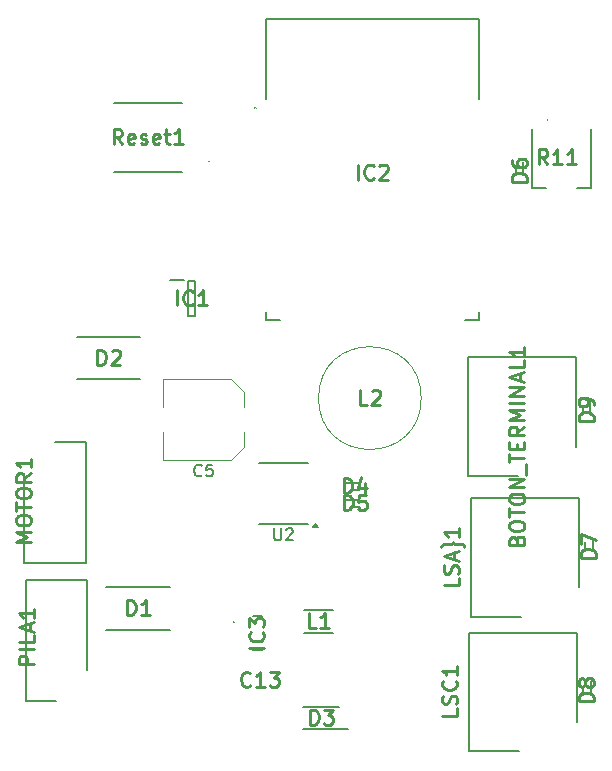
<source format=gbr>
%TF.GenerationSoftware,KiCad,Pcbnew,9.0.0*%
%TF.CreationDate,2025-03-01T12:45:02-04:00*%
%TF.ProjectId,PROYECT T,50524f59-4543-4542-9054-2e6b69636164,rev?*%
%TF.SameCoordinates,Original*%
%TF.FileFunction,Legend,Top*%
%TF.FilePolarity,Positive*%
%FSLAX46Y46*%
G04 Gerber Fmt 4.6, Leading zero omitted, Abs format (unit mm)*
G04 Created by KiCad (PCBNEW 9.0.0) date 2025-03-01 12:45:02*
%MOMM*%
%LPD*%
G01*
G04 APERTURE LIST*
%ADD10C,0.254000*%
%ADD11C,0.150000*%
%ADD12C,0.100000*%
%ADD13C,0.200000*%
%ADD14C,0.120000*%
G04 APERTURE END LIST*
D10*
X224832333Y-89982318D02*
X224227571Y-89982318D01*
X224227571Y-89982318D02*
X224227571Y-88712318D01*
X225195190Y-88833270D02*
X225255666Y-88772794D01*
X225255666Y-88772794D02*
X225376619Y-88712318D01*
X225376619Y-88712318D02*
X225679000Y-88712318D01*
X225679000Y-88712318D02*
X225799952Y-88772794D01*
X225799952Y-88772794D02*
X225860428Y-88833270D01*
X225860428Y-88833270D02*
X225920905Y-88954222D01*
X225920905Y-88954222D02*
X225920905Y-89075175D01*
X225920905Y-89075175D02*
X225860428Y-89256603D01*
X225860428Y-89256603D02*
X225134714Y-89982318D01*
X225134714Y-89982318D02*
X225920905Y-89982318D01*
X244000318Y-115083381D02*
X242730318Y-115083381D01*
X242730318Y-115083381D02*
X242730318Y-114781000D01*
X242730318Y-114781000D02*
X242790794Y-114599571D01*
X242790794Y-114599571D02*
X242911746Y-114478619D01*
X242911746Y-114478619D02*
X243032699Y-114418142D01*
X243032699Y-114418142D02*
X243274603Y-114357666D01*
X243274603Y-114357666D02*
X243456032Y-114357666D01*
X243456032Y-114357666D02*
X243697937Y-114418142D01*
X243697937Y-114418142D02*
X243818889Y-114478619D01*
X243818889Y-114478619D02*
X243939842Y-114599571D01*
X243939842Y-114599571D02*
X244000318Y-114781000D01*
X244000318Y-114781000D02*
X244000318Y-115083381D01*
X243274603Y-113631952D02*
X243214127Y-113752904D01*
X243214127Y-113752904D02*
X243153651Y-113813381D01*
X243153651Y-113813381D02*
X243032699Y-113873857D01*
X243032699Y-113873857D02*
X242972222Y-113873857D01*
X242972222Y-113873857D02*
X242851270Y-113813381D01*
X242851270Y-113813381D02*
X242790794Y-113752904D01*
X242790794Y-113752904D02*
X242730318Y-113631952D01*
X242730318Y-113631952D02*
X242730318Y-113390047D01*
X242730318Y-113390047D02*
X242790794Y-113269095D01*
X242790794Y-113269095D02*
X242851270Y-113208619D01*
X242851270Y-113208619D02*
X242972222Y-113148142D01*
X242972222Y-113148142D02*
X243032699Y-113148142D01*
X243032699Y-113148142D02*
X243153651Y-113208619D01*
X243153651Y-113208619D02*
X243214127Y-113269095D01*
X243214127Y-113269095D02*
X243274603Y-113390047D01*
X243274603Y-113390047D02*
X243274603Y-113631952D01*
X243274603Y-113631952D02*
X243335080Y-113752904D01*
X243335080Y-113752904D02*
X243395556Y-113813381D01*
X243395556Y-113813381D02*
X243516508Y-113873857D01*
X243516508Y-113873857D02*
X243758413Y-113873857D01*
X243758413Y-113873857D02*
X243879365Y-113813381D01*
X243879365Y-113813381D02*
X243939842Y-113752904D01*
X243939842Y-113752904D02*
X244000318Y-113631952D01*
X244000318Y-113631952D02*
X244000318Y-113390047D01*
X244000318Y-113390047D02*
X243939842Y-113269095D01*
X243939842Y-113269095D02*
X243879365Y-113208619D01*
X243879365Y-113208619D02*
X243758413Y-113148142D01*
X243758413Y-113148142D02*
X243516508Y-113148142D01*
X243516508Y-113148142D02*
X243395556Y-113208619D01*
X243395556Y-113208619D02*
X243335080Y-113269095D01*
X243335080Y-113269095D02*
X243274603Y-113390047D01*
X222848618Y-98880318D02*
X222848618Y-97610318D01*
X222848618Y-97610318D02*
X223150999Y-97610318D01*
X223150999Y-97610318D02*
X223332428Y-97670794D01*
X223332428Y-97670794D02*
X223453380Y-97791746D01*
X223453380Y-97791746D02*
X223513857Y-97912699D01*
X223513857Y-97912699D02*
X223574333Y-98154603D01*
X223574333Y-98154603D02*
X223574333Y-98336032D01*
X223574333Y-98336032D02*
X223513857Y-98577937D01*
X223513857Y-98577937D02*
X223453380Y-98698889D01*
X223453380Y-98698889D02*
X223332428Y-98819842D01*
X223332428Y-98819842D02*
X223150999Y-98880318D01*
X223150999Y-98880318D02*
X222848618Y-98880318D01*
X224723380Y-97610318D02*
X224118618Y-97610318D01*
X224118618Y-97610318D02*
X224058142Y-98215080D01*
X224058142Y-98215080D02*
X224118618Y-98154603D01*
X224118618Y-98154603D02*
X224239571Y-98094127D01*
X224239571Y-98094127D02*
X224541952Y-98094127D01*
X224541952Y-98094127D02*
X224662904Y-98154603D01*
X224662904Y-98154603D02*
X224723380Y-98215080D01*
X224723380Y-98215080D02*
X224783857Y-98336032D01*
X224783857Y-98336032D02*
X224783857Y-98638413D01*
X224783857Y-98638413D02*
X224723380Y-98759365D01*
X224723380Y-98759365D02*
X224662904Y-98819842D01*
X224662904Y-98819842D02*
X224541952Y-98880318D01*
X224541952Y-98880318D02*
X224239571Y-98880318D01*
X224239571Y-98880318D02*
X224118618Y-98819842D01*
X224118618Y-98819842D02*
X224058142Y-98759365D01*
X243990318Y-91323381D02*
X242720318Y-91323381D01*
X242720318Y-91323381D02*
X242720318Y-91021000D01*
X242720318Y-91021000D02*
X242780794Y-90839571D01*
X242780794Y-90839571D02*
X242901746Y-90718619D01*
X242901746Y-90718619D02*
X243022699Y-90658142D01*
X243022699Y-90658142D02*
X243264603Y-90597666D01*
X243264603Y-90597666D02*
X243446032Y-90597666D01*
X243446032Y-90597666D02*
X243687937Y-90658142D01*
X243687937Y-90658142D02*
X243808889Y-90718619D01*
X243808889Y-90718619D02*
X243929842Y-90839571D01*
X243929842Y-90839571D02*
X243990318Y-91021000D01*
X243990318Y-91021000D02*
X243990318Y-91323381D01*
X243990318Y-89992904D02*
X243990318Y-89751000D01*
X243990318Y-89751000D02*
X243929842Y-89630047D01*
X243929842Y-89630047D02*
X243869365Y-89569571D01*
X243869365Y-89569571D02*
X243687937Y-89448619D01*
X243687937Y-89448619D02*
X243446032Y-89388142D01*
X243446032Y-89388142D02*
X242962222Y-89388142D01*
X242962222Y-89388142D02*
X242841270Y-89448619D01*
X242841270Y-89448619D02*
X242780794Y-89509095D01*
X242780794Y-89509095D02*
X242720318Y-89630047D01*
X242720318Y-89630047D02*
X242720318Y-89871952D01*
X242720318Y-89871952D02*
X242780794Y-89992904D01*
X242780794Y-89992904D02*
X242841270Y-90053381D01*
X242841270Y-90053381D02*
X242962222Y-90113857D01*
X242962222Y-90113857D02*
X243264603Y-90113857D01*
X243264603Y-90113857D02*
X243385556Y-90053381D01*
X243385556Y-90053381D02*
X243446032Y-89992904D01*
X243446032Y-89992904D02*
X243506508Y-89871952D01*
X243506508Y-89871952D02*
X243506508Y-89630047D01*
X243506508Y-89630047D02*
X243446032Y-89509095D01*
X243446032Y-89509095D02*
X243385556Y-89448619D01*
X243385556Y-89448619D02*
X243264603Y-89388142D01*
X196360318Y-101563381D02*
X195090318Y-101563381D01*
X195090318Y-101563381D02*
X195997461Y-101140047D01*
X195997461Y-101140047D02*
X195090318Y-100716714D01*
X195090318Y-100716714D02*
X196360318Y-100716714D01*
X195090318Y-99870047D02*
X195090318Y-99628142D01*
X195090318Y-99628142D02*
X195150794Y-99507190D01*
X195150794Y-99507190D02*
X195271746Y-99386237D01*
X195271746Y-99386237D02*
X195513651Y-99325761D01*
X195513651Y-99325761D02*
X195936984Y-99325761D01*
X195936984Y-99325761D02*
X196178889Y-99386237D01*
X196178889Y-99386237D02*
X196299842Y-99507190D01*
X196299842Y-99507190D02*
X196360318Y-99628142D01*
X196360318Y-99628142D02*
X196360318Y-99870047D01*
X196360318Y-99870047D02*
X196299842Y-99990999D01*
X196299842Y-99990999D02*
X196178889Y-100111952D01*
X196178889Y-100111952D02*
X195936984Y-100172428D01*
X195936984Y-100172428D02*
X195513651Y-100172428D01*
X195513651Y-100172428D02*
X195271746Y-100111952D01*
X195271746Y-100111952D02*
X195150794Y-99990999D01*
X195150794Y-99990999D02*
X195090318Y-99870047D01*
X195090318Y-98962904D02*
X195090318Y-98237190D01*
X196360318Y-98600047D02*
X195090318Y-98600047D01*
X195090318Y-97571952D02*
X195090318Y-97330047D01*
X195090318Y-97330047D02*
X195150794Y-97209095D01*
X195150794Y-97209095D02*
X195271746Y-97088142D01*
X195271746Y-97088142D02*
X195513651Y-97027666D01*
X195513651Y-97027666D02*
X195936984Y-97027666D01*
X195936984Y-97027666D02*
X196178889Y-97088142D01*
X196178889Y-97088142D02*
X196299842Y-97209095D01*
X196299842Y-97209095D02*
X196360318Y-97330047D01*
X196360318Y-97330047D02*
X196360318Y-97571952D01*
X196360318Y-97571952D02*
X196299842Y-97692904D01*
X196299842Y-97692904D02*
X196178889Y-97813857D01*
X196178889Y-97813857D02*
X195936984Y-97874333D01*
X195936984Y-97874333D02*
X195513651Y-97874333D01*
X195513651Y-97874333D02*
X195271746Y-97813857D01*
X195271746Y-97813857D02*
X195150794Y-97692904D01*
X195150794Y-97692904D02*
X195090318Y-97571952D01*
X196360318Y-95757666D02*
X195755556Y-96181000D01*
X196360318Y-96483381D02*
X195090318Y-96483381D01*
X195090318Y-96483381D02*
X195090318Y-95999571D01*
X195090318Y-95999571D02*
X195150794Y-95878619D01*
X195150794Y-95878619D02*
X195211270Y-95818142D01*
X195211270Y-95818142D02*
X195332222Y-95757666D01*
X195332222Y-95757666D02*
X195513651Y-95757666D01*
X195513651Y-95757666D02*
X195634603Y-95818142D01*
X195634603Y-95818142D02*
X195695080Y-95878619D01*
X195695080Y-95878619D02*
X195755556Y-95999571D01*
X195755556Y-95999571D02*
X195755556Y-96483381D01*
X196360318Y-94548142D02*
X196360318Y-95273857D01*
X196360318Y-94911000D02*
X195090318Y-94911000D01*
X195090318Y-94911000D02*
X195271746Y-95031952D01*
X195271746Y-95031952D02*
X195392699Y-95152904D01*
X195392699Y-95152904D02*
X195453175Y-95273857D01*
D11*
X210804333Y-95940580D02*
X210756714Y-95988200D01*
X210756714Y-95988200D02*
X210613857Y-96035819D01*
X210613857Y-96035819D02*
X210518619Y-96035819D01*
X210518619Y-96035819D02*
X210375762Y-95988200D01*
X210375762Y-95988200D02*
X210280524Y-95892961D01*
X210280524Y-95892961D02*
X210232905Y-95797723D01*
X210232905Y-95797723D02*
X210185286Y-95607247D01*
X210185286Y-95607247D02*
X210185286Y-95464390D01*
X210185286Y-95464390D02*
X210232905Y-95273914D01*
X210232905Y-95273914D02*
X210280524Y-95178676D01*
X210280524Y-95178676D02*
X210375762Y-95083438D01*
X210375762Y-95083438D02*
X210518619Y-95035819D01*
X210518619Y-95035819D02*
X210613857Y-95035819D01*
X210613857Y-95035819D02*
X210756714Y-95083438D01*
X210756714Y-95083438D02*
X210804333Y-95131057D01*
X211709095Y-95035819D02*
X211232905Y-95035819D01*
X211232905Y-95035819D02*
X211185286Y-95512009D01*
X211185286Y-95512009D02*
X211232905Y-95464390D01*
X211232905Y-95464390D02*
X211328143Y-95416771D01*
X211328143Y-95416771D02*
X211566238Y-95416771D01*
X211566238Y-95416771D02*
X211661476Y-95464390D01*
X211661476Y-95464390D02*
X211709095Y-95512009D01*
X211709095Y-95512009D02*
X211756714Y-95607247D01*
X211756714Y-95607247D02*
X211756714Y-95845342D01*
X211756714Y-95845342D02*
X211709095Y-95940580D01*
X211709095Y-95940580D02*
X211661476Y-95988200D01*
X211661476Y-95988200D02*
X211566238Y-96035819D01*
X211566238Y-96035819D02*
X211328143Y-96035819D01*
X211328143Y-96035819D02*
X211232905Y-95988200D01*
X211232905Y-95988200D02*
X211185286Y-95940580D01*
D10*
X222818618Y-97450318D02*
X222818618Y-96180318D01*
X222818618Y-96180318D02*
X223120999Y-96180318D01*
X223120999Y-96180318D02*
X223302428Y-96240794D01*
X223302428Y-96240794D02*
X223423380Y-96361746D01*
X223423380Y-96361746D02*
X223483857Y-96482699D01*
X223483857Y-96482699D02*
X223544333Y-96724603D01*
X223544333Y-96724603D02*
X223544333Y-96906032D01*
X223544333Y-96906032D02*
X223483857Y-97147937D01*
X223483857Y-97147937D02*
X223423380Y-97268889D01*
X223423380Y-97268889D02*
X223302428Y-97389842D01*
X223302428Y-97389842D02*
X223120999Y-97450318D01*
X223120999Y-97450318D02*
X222818618Y-97450318D01*
X224632904Y-96603651D02*
X224632904Y-97450318D01*
X224330523Y-96119842D02*
X224028142Y-97026984D01*
X224028142Y-97026984D02*
X224814333Y-97026984D01*
X237465080Y-101433380D02*
X237525556Y-101251952D01*
X237525556Y-101251952D02*
X237586032Y-101191475D01*
X237586032Y-101191475D02*
X237706984Y-101130999D01*
X237706984Y-101130999D02*
X237888413Y-101130999D01*
X237888413Y-101130999D02*
X238009365Y-101191475D01*
X238009365Y-101191475D02*
X238069842Y-101251952D01*
X238069842Y-101251952D02*
X238130318Y-101372904D01*
X238130318Y-101372904D02*
X238130318Y-101856714D01*
X238130318Y-101856714D02*
X236860318Y-101856714D01*
X236860318Y-101856714D02*
X236860318Y-101433380D01*
X236860318Y-101433380D02*
X236920794Y-101312428D01*
X236920794Y-101312428D02*
X236981270Y-101251952D01*
X236981270Y-101251952D02*
X237102222Y-101191475D01*
X237102222Y-101191475D02*
X237223175Y-101191475D01*
X237223175Y-101191475D02*
X237344127Y-101251952D01*
X237344127Y-101251952D02*
X237404603Y-101312428D01*
X237404603Y-101312428D02*
X237465080Y-101433380D01*
X237465080Y-101433380D02*
X237465080Y-101856714D01*
X236860318Y-100344809D02*
X236860318Y-100102904D01*
X236860318Y-100102904D02*
X236920794Y-99981952D01*
X236920794Y-99981952D02*
X237041746Y-99860999D01*
X237041746Y-99860999D02*
X237283651Y-99800523D01*
X237283651Y-99800523D02*
X237706984Y-99800523D01*
X237706984Y-99800523D02*
X237948889Y-99860999D01*
X237948889Y-99860999D02*
X238069842Y-99981952D01*
X238069842Y-99981952D02*
X238130318Y-100102904D01*
X238130318Y-100102904D02*
X238130318Y-100344809D01*
X238130318Y-100344809D02*
X238069842Y-100465761D01*
X238069842Y-100465761D02*
X237948889Y-100586714D01*
X237948889Y-100586714D02*
X237706984Y-100647190D01*
X237706984Y-100647190D02*
X237283651Y-100647190D01*
X237283651Y-100647190D02*
X237041746Y-100586714D01*
X237041746Y-100586714D02*
X236920794Y-100465761D01*
X236920794Y-100465761D02*
X236860318Y-100344809D01*
X236860318Y-99437666D02*
X236860318Y-98711952D01*
X238130318Y-99074809D02*
X236860318Y-99074809D01*
X236860318Y-98046714D02*
X236860318Y-97804809D01*
X236860318Y-97804809D02*
X236920794Y-97683857D01*
X236920794Y-97683857D02*
X237041746Y-97562904D01*
X237041746Y-97562904D02*
X237283651Y-97502428D01*
X237283651Y-97502428D02*
X237706984Y-97502428D01*
X237706984Y-97502428D02*
X237948889Y-97562904D01*
X237948889Y-97562904D02*
X238069842Y-97683857D01*
X238069842Y-97683857D02*
X238130318Y-97804809D01*
X238130318Y-97804809D02*
X238130318Y-98046714D01*
X238130318Y-98046714D02*
X238069842Y-98167666D01*
X238069842Y-98167666D02*
X237948889Y-98288619D01*
X237948889Y-98288619D02*
X237706984Y-98349095D01*
X237706984Y-98349095D02*
X237283651Y-98349095D01*
X237283651Y-98349095D02*
X237041746Y-98288619D01*
X237041746Y-98288619D02*
X236920794Y-98167666D01*
X236920794Y-98167666D02*
X236860318Y-98046714D01*
X238130318Y-96958143D02*
X236860318Y-96958143D01*
X236860318Y-96958143D02*
X238130318Y-96232428D01*
X238130318Y-96232428D02*
X236860318Y-96232428D01*
X238251270Y-95930048D02*
X238251270Y-94962428D01*
X236860318Y-94841476D02*
X236860318Y-94115762D01*
X238130318Y-94478619D02*
X236860318Y-94478619D01*
X237465080Y-93692429D02*
X237465080Y-93269095D01*
X238130318Y-93087667D02*
X238130318Y-93692429D01*
X238130318Y-93692429D02*
X236860318Y-93692429D01*
X236860318Y-93692429D02*
X236860318Y-93087667D01*
X238130318Y-91817666D02*
X237525556Y-92241000D01*
X238130318Y-92543381D02*
X236860318Y-92543381D01*
X236860318Y-92543381D02*
X236860318Y-92059571D01*
X236860318Y-92059571D02*
X236920794Y-91938619D01*
X236920794Y-91938619D02*
X236981270Y-91878142D01*
X236981270Y-91878142D02*
X237102222Y-91817666D01*
X237102222Y-91817666D02*
X237283651Y-91817666D01*
X237283651Y-91817666D02*
X237404603Y-91878142D01*
X237404603Y-91878142D02*
X237465080Y-91938619D01*
X237465080Y-91938619D02*
X237525556Y-92059571D01*
X237525556Y-92059571D02*
X237525556Y-92543381D01*
X238130318Y-91273381D02*
X236860318Y-91273381D01*
X236860318Y-91273381D02*
X237767461Y-90850047D01*
X237767461Y-90850047D02*
X236860318Y-90426714D01*
X236860318Y-90426714D02*
X238130318Y-90426714D01*
X238130318Y-89821952D02*
X236860318Y-89821952D01*
X238130318Y-89217190D02*
X236860318Y-89217190D01*
X236860318Y-89217190D02*
X238130318Y-88491475D01*
X238130318Y-88491475D02*
X236860318Y-88491475D01*
X237767461Y-87947190D02*
X237767461Y-87342428D01*
X238130318Y-88068142D02*
X236860318Y-87644809D01*
X236860318Y-87644809D02*
X238130318Y-87221475D01*
X238130318Y-86193381D02*
X238130318Y-86798143D01*
X238130318Y-86798143D02*
X236860318Y-86798143D01*
X238130318Y-85104809D02*
X238130318Y-85830524D01*
X238130318Y-85467667D02*
X236860318Y-85467667D01*
X236860318Y-85467667D02*
X237041746Y-85588619D01*
X237041746Y-85588619D02*
X237162699Y-85709571D01*
X237162699Y-85709571D02*
X237223175Y-85830524D01*
D11*
X216959095Y-100440819D02*
X216959095Y-101250342D01*
X216959095Y-101250342D02*
X217006714Y-101345580D01*
X217006714Y-101345580D02*
X217054333Y-101393200D01*
X217054333Y-101393200D02*
X217149571Y-101440819D01*
X217149571Y-101440819D02*
X217340047Y-101440819D01*
X217340047Y-101440819D02*
X217435285Y-101393200D01*
X217435285Y-101393200D02*
X217482904Y-101345580D01*
X217482904Y-101345580D02*
X217530523Y-101250342D01*
X217530523Y-101250342D02*
X217530523Y-100440819D01*
X217959095Y-100536057D02*
X218006714Y-100488438D01*
X218006714Y-100488438D02*
X218101952Y-100440819D01*
X218101952Y-100440819D02*
X218340047Y-100440819D01*
X218340047Y-100440819D02*
X218435285Y-100488438D01*
X218435285Y-100488438D02*
X218482904Y-100536057D01*
X218482904Y-100536057D02*
X218530523Y-100631295D01*
X218530523Y-100631295D02*
X218530523Y-100726533D01*
X218530523Y-100726533D02*
X218482904Y-100869390D01*
X218482904Y-100869390D02*
X217911476Y-101440819D01*
X217911476Y-101440819D02*
X218530523Y-101440819D01*
D10*
X240077571Y-69616318D02*
X239654237Y-69011556D01*
X239351856Y-69616318D02*
X239351856Y-68346318D01*
X239351856Y-68346318D02*
X239835666Y-68346318D01*
X239835666Y-68346318D02*
X239956618Y-68406794D01*
X239956618Y-68406794D02*
X240017095Y-68467270D01*
X240017095Y-68467270D02*
X240077571Y-68588222D01*
X240077571Y-68588222D02*
X240077571Y-68769651D01*
X240077571Y-68769651D02*
X240017095Y-68890603D01*
X240017095Y-68890603D02*
X239956618Y-68951080D01*
X239956618Y-68951080D02*
X239835666Y-69011556D01*
X239835666Y-69011556D02*
X239351856Y-69011556D01*
X241287095Y-69616318D02*
X240561380Y-69616318D01*
X240924237Y-69616318D02*
X240924237Y-68346318D01*
X240924237Y-68346318D02*
X240803285Y-68527746D01*
X240803285Y-68527746D02*
X240682333Y-68648699D01*
X240682333Y-68648699D02*
X240561380Y-68709175D01*
X242496619Y-69616318D02*
X241770904Y-69616318D01*
X242133761Y-69616318D02*
X242133761Y-68346318D01*
X242133761Y-68346318D02*
X242012809Y-68527746D01*
X242012809Y-68527746D02*
X241891857Y-68648699D01*
X241891857Y-68648699D02*
X241770904Y-68709175D01*
X224036237Y-70910318D02*
X224036237Y-69640318D01*
X225366714Y-70789365D02*
X225306238Y-70849842D01*
X225306238Y-70849842D02*
X225124809Y-70910318D01*
X225124809Y-70910318D02*
X225003857Y-70910318D01*
X225003857Y-70910318D02*
X224822428Y-70849842D01*
X224822428Y-70849842D02*
X224701476Y-70728889D01*
X224701476Y-70728889D02*
X224640999Y-70607937D01*
X224640999Y-70607937D02*
X224580523Y-70366032D01*
X224580523Y-70366032D02*
X224580523Y-70184603D01*
X224580523Y-70184603D02*
X224640999Y-69942699D01*
X224640999Y-69942699D02*
X224701476Y-69821746D01*
X224701476Y-69821746D02*
X224822428Y-69700794D01*
X224822428Y-69700794D02*
X225003857Y-69640318D01*
X225003857Y-69640318D02*
X225124809Y-69640318D01*
X225124809Y-69640318D02*
X225306238Y-69700794D01*
X225306238Y-69700794D02*
X225366714Y-69761270D01*
X225850523Y-69761270D02*
X225910999Y-69700794D01*
X225910999Y-69700794D02*
X226031952Y-69640318D01*
X226031952Y-69640318D02*
X226334333Y-69640318D01*
X226334333Y-69640318D02*
X226455285Y-69700794D01*
X226455285Y-69700794D02*
X226515761Y-69761270D01*
X226515761Y-69761270D02*
X226576238Y-69882222D01*
X226576238Y-69882222D02*
X226576238Y-70003175D01*
X226576238Y-70003175D02*
X226515761Y-70184603D01*
X226515761Y-70184603D02*
X225790047Y-70910318D01*
X225790047Y-70910318D02*
X226576238Y-70910318D01*
X232420318Y-115687428D02*
X232420318Y-116292190D01*
X232420318Y-116292190D02*
X231150318Y-116292190D01*
X232359842Y-115324571D02*
X232420318Y-115143142D01*
X232420318Y-115143142D02*
X232420318Y-114840761D01*
X232420318Y-114840761D02*
X232359842Y-114719809D01*
X232359842Y-114719809D02*
X232299365Y-114659333D01*
X232299365Y-114659333D02*
X232178413Y-114598856D01*
X232178413Y-114598856D02*
X232057461Y-114598856D01*
X232057461Y-114598856D02*
X231936508Y-114659333D01*
X231936508Y-114659333D02*
X231876032Y-114719809D01*
X231876032Y-114719809D02*
X231815556Y-114840761D01*
X231815556Y-114840761D02*
X231755080Y-115082666D01*
X231755080Y-115082666D02*
X231694603Y-115203618D01*
X231694603Y-115203618D02*
X231634127Y-115264095D01*
X231634127Y-115264095D02*
X231513175Y-115324571D01*
X231513175Y-115324571D02*
X231392222Y-115324571D01*
X231392222Y-115324571D02*
X231271270Y-115264095D01*
X231271270Y-115264095D02*
X231210794Y-115203618D01*
X231210794Y-115203618D02*
X231150318Y-115082666D01*
X231150318Y-115082666D02*
X231150318Y-114780285D01*
X231150318Y-114780285D02*
X231210794Y-114598856D01*
X232299365Y-113328856D02*
X232359842Y-113389332D01*
X232359842Y-113389332D02*
X232420318Y-113570761D01*
X232420318Y-113570761D02*
X232420318Y-113691713D01*
X232420318Y-113691713D02*
X232359842Y-113873142D01*
X232359842Y-113873142D02*
X232238889Y-113994094D01*
X232238889Y-113994094D02*
X232117937Y-114054571D01*
X232117937Y-114054571D02*
X231876032Y-114115047D01*
X231876032Y-114115047D02*
X231694603Y-114115047D01*
X231694603Y-114115047D02*
X231452699Y-114054571D01*
X231452699Y-114054571D02*
X231331746Y-113994094D01*
X231331746Y-113994094D02*
X231210794Y-113873142D01*
X231210794Y-113873142D02*
X231150318Y-113691713D01*
X231150318Y-113691713D02*
X231150318Y-113570761D01*
X231150318Y-113570761D02*
X231210794Y-113389332D01*
X231210794Y-113389332D02*
X231271270Y-113328856D01*
X232420318Y-112119332D02*
X232420318Y-112845047D01*
X232420318Y-112482190D02*
X231150318Y-112482190D01*
X231150318Y-112482190D02*
X231331746Y-112603142D01*
X231331746Y-112603142D02*
X231452699Y-112724094D01*
X231452699Y-112724094D02*
X231513175Y-112845047D01*
X201978618Y-86590318D02*
X201978618Y-85320318D01*
X201978618Y-85320318D02*
X202280999Y-85320318D01*
X202280999Y-85320318D02*
X202462428Y-85380794D01*
X202462428Y-85380794D02*
X202583380Y-85501746D01*
X202583380Y-85501746D02*
X202643857Y-85622699D01*
X202643857Y-85622699D02*
X202704333Y-85864603D01*
X202704333Y-85864603D02*
X202704333Y-86046032D01*
X202704333Y-86046032D02*
X202643857Y-86287937D01*
X202643857Y-86287937D02*
X202583380Y-86408889D01*
X202583380Y-86408889D02*
X202462428Y-86529842D01*
X202462428Y-86529842D02*
X202280999Y-86590318D01*
X202280999Y-86590318D02*
X201978618Y-86590318D01*
X203188142Y-85441270D02*
X203248618Y-85380794D01*
X203248618Y-85380794D02*
X203369571Y-85320318D01*
X203369571Y-85320318D02*
X203671952Y-85320318D01*
X203671952Y-85320318D02*
X203792904Y-85380794D01*
X203792904Y-85380794D02*
X203853380Y-85441270D01*
X203853380Y-85441270D02*
X203913857Y-85562222D01*
X203913857Y-85562222D02*
X203913857Y-85683175D01*
X203913857Y-85683175D02*
X203853380Y-85864603D01*
X203853380Y-85864603D02*
X203127666Y-86590318D01*
X203127666Y-86590318D02*
X203913857Y-86590318D01*
X214921571Y-113739365D02*
X214861095Y-113799842D01*
X214861095Y-113799842D02*
X214679666Y-113860318D01*
X214679666Y-113860318D02*
X214558714Y-113860318D01*
X214558714Y-113860318D02*
X214377285Y-113799842D01*
X214377285Y-113799842D02*
X214256333Y-113678889D01*
X214256333Y-113678889D02*
X214195856Y-113557937D01*
X214195856Y-113557937D02*
X214135380Y-113316032D01*
X214135380Y-113316032D02*
X214135380Y-113134603D01*
X214135380Y-113134603D02*
X214195856Y-112892699D01*
X214195856Y-112892699D02*
X214256333Y-112771746D01*
X214256333Y-112771746D02*
X214377285Y-112650794D01*
X214377285Y-112650794D02*
X214558714Y-112590318D01*
X214558714Y-112590318D02*
X214679666Y-112590318D01*
X214679666Y-112590318D02*
X214861095Y-112650794D01*
X214861095Y-112650794D02*
X214921571Y-112711270D01*
X216131095Y-113860318D02*
X215405380Y-113860318D01*
X215768237Y-113860318D02*
X215768237Y-112590318D01*
X215768237Y-112590318D02*
X215647285Y-112771746D01*
X215647285Y-112771746D02*
X215526333Y-112892699D01*
X215526333Y-112892699D02*
X215405380Y-112953175D01*
X216554428Y-112590318D02*
X217340619Y-112590318D01*
X217340619Y-112590318D02*
X216917285Y-113074127D01*
X216917285Y-113074127D02*
X217098714Y-113074127D01*
X217098714Y-113074127D02*
X217219666Y-113134603D01*
X217219666Y-113134603D02*
X217280142Y-113195080D01*
X217280142Y-113195080D02*
X217340619Y-113316032D01*
X217340619Y-113316032D02*
X217340619Y-113618413D01*
X217340619Y-113618413D02*
X217280142Y-113739365D01*
X217280142Y-113739365D02*
X217219666Y-113799842D01*
X217219666Y-113799842D02*
X217098714Y-113860318D01*
X217098714Y-113860318D02*
X216735857Y-113860318D01*
X216735857Y-113860318D02*
X216614904Y-113799842D01*
X216614904Y-113799842D02*
X216554428Y-113739365D01*
X232560318Y-104635047D02*
X232560318Y-105239809D01*
X232560318Y-105239809D02*
X231290318Y-105239809D01*
X232499842Y-104272190D02*
X232560318Y-104090761D01*
X232560318Y-104090761D02*
X232560318Y-103788380D01*
X232560318Y-103788380D02*
X232499842Y-103667428D01*
X232499842Y-103667428D02*
X232439365Y-103606952D01*
X232439365Y-103606952D02*
X232318413Y-103546475D01*
X232318413Y-103546475D02*
X232197461Y-103546475D01*
X232197461Y-103546475D02*
X232076508Y-103606952D01*
X232076508Y-103606952D02*
X232016032Y-103667428D01*
X232016032Y-103667428D02*
X231955556Y-103788380D01*
X231955556Y-103788380D02*
X231895080Y-104030285D01*
X231895080Y-104030285D02*
X231834603Y-104151237D01*
X231834603Y-104151237D02*
X231774127Y-104211714D01*
X231774127Y-104211714D02*
X231653175Y-104272190D01*
X231653175Y-104272190D02*
X231532222Y-104272190D01*
X231532222Y-104272190D02*
X231411270Y-104211714D01*
X231411270Y-104211714D02*
X231350794Y-104151237D01*
X231350794Y-104151237D02*
X231290318Y-104030285D01*
X231290318Y-104030285D02*
X231290318Y-103727904D01*
X231290318Y-103727904D02*
X231350794Y-103546475D01*
X232197461Y-103062666D02*
X232197461Y-102457904D01*
X232560318Y-103183618D02*
X231290318Y-102760285D01*
X231290318Y-102760285D02*
X232560318Y-102336951D01*
X233044127Y-102034571D02*
X233044127Y-101974095D01*
X233044127Y-101974095D02*
X232983651Y-101853142D01*
X232983651Y-101853142D02*
X232862699Y-101792666D01*
X232862699Y-101792666D02*
X232257937Y-101792666D01*
X232257937Y-101792666D02*
X232136984Y-101732190D01*
X232136984Y-101732190D02*
X232076508Y-101611238D01*
X232076508Y-101611238D02*
X232016032Y-101732190D01*
X232016032Y-101732190D02*
X231895080Y-101792666D01*
X231895080Y-101792666D02*
X231290318Y-101792666D01*
X231290318Y-101792666D02*
X231169365Y-101853142D01*
X231169365Y-101853142D02*
X231108889Y-101974095D01*
X231108889Y-101974095D02*
X231108889Y-102034571D01*
X232560318Y-100401713D02*
X232560318Y-101127428D01*
X232560318Y-100764571D02*
X231290318Y-100764571D01*
X231290318Y-100764571D02*
X231471746Y-100885523D01*
X231471746Y-100885523D02*
X231592699Y-101006475D01*
X231592699Y-101006475D02*
X231653175Y-101127428D01*
X196590318Y-111934095D02*
X195320318Y-111934095D01*
X195320318Y-111934095D02*
X195320318Y-111450285D01*
X195320318Y-111450285D02*
X195380794Y-111329333D01*
X195380794Y-111329333D02*
X195441270Y-111268856D01*
X195441270Y-111268856D02*
X195562222Y-111208380D01*
X195562222Y-111208380D02*
X195743651Y-111208380D01*
X195743651Y-111208380D02*
X195864603Y-111268856D01*
X195864603Y-111268856D02*
X195925080Y-111329333D01*
X195925080Y-111329333D02*
X195985556Y-111450285D01*
X195985556Y-111450285D02*
X195985556Y-111934095D01*
X196590318Y-110664095D02*
X195320318Y-110664095D01*
X196590318Y-109454571D02*
X196590318Y-110059333D01*
X196590318Y-110059333D02*
X195320318Y-110059333D01*
X196227461Y-109091714D02*
X196227461Y-108486952D01*
X196590318Y-109212666D02*
X195320318Y-108789333D01*
X195320318Y-108789333D02*
X196590318Y-108365999D01*
X196590318Y-107277428D02*
X196590318Y-108003143D01*
X196590318Y-107640286D02*
X195320318Y-107640286D01*
X195320318Y-107640286D02*
X195501746Y-107761238D01*
X195501746Y-107761238D02*
X195622699Y-107882190D01*
X195622699Y-107882190D02*
X195683175Y-108003143D01*
X216091318Y-110555762D02*
X214821318Y-110555762D01*
X215970365Y-109225285D02*
X216030842Y-109285761D01*
X216030842Y-109285761D02*
X216091318Y-109467190D01*
X216091318Y-109467190D02*
X216091318Y-109588142D01*
X216091318Y-109588142D02*
X216030842Y-109769571D01*
X216030842Y-109769571D02*
X215909889Y-109890523D01*
X215909889Y-109890523D02*
X215788937Y-109951000D01*
X215788937Y-109951000D02*
X215547032Y-110011476D01*
X215547032Y-110011476D02*
X215365603Y-110011476D01*
X215365603Y-110011476D02*
X215123699Y-109951000D01*
X215123699Y-109951000D02*
X215002746Y-109890523D01*
X215002746Y-109890523D02*
X214881794Y-109769571D01*
X214881794Y-109769571D02*
X214821318Y-109588142D01*
X214821318Y-109588142D02*
X214821318Y-109467190D01*
X214821318Y-109467190D02*
X214881794Y-109285761D01*
X214881794Y-109285761D02*
X214942270Y-109225285D01*
X214821318Y-108801952D02*
X214821318Y-108015761D01*
X214821318Y-108015761D02*
X215305127Y-108439095D01*
X215305127Y-108439095D02*
X215305127Y-108257666D01*
X215305127Y-108257666D02*
X215365603Y-108136714D01*
X215365603Y-108136714D02*
X215426080Y-108076238D01*
X215426080Y-108076238D02*
X215547032Y-108015761D01*
X215547032Y-108015761D02*
X215849413Y-108015761D01*
X215849413Y-108015761D02*
X215970365Y-108076238D01*
X215970365Y-108076238D02*
X216030842Y-108136714D01*
X216030842Y-108136714D02*
X216091318Y-108257666D01*
X216091318Y-108257666D02*
X216091318Y-108620523D01*
X216091318Y-108620523D02*
X216030842Y-108741476D01*
X216030842Y-108741476D02*
X215970365Y-108801952D01*
X244170318Y-102913381D02*
X242900318Y-102913381D01*
X242900318Y-102913381D02*
X242900318Y-102611000D01*
X242900318Y-102611000D02*
X242960794Y-102429571D01*
X242960794Y-102429571D02*
X243081746Y-102308619D01*
X243081746Y-102308619D02*
X243202699Y-102248142D01*
X243202699Y-102248142D02*
X243444603Y-102187666D01*
X243444603Y-102187666D02*
X243626032Y-102187666D01*
X243626032Y-102187666D02*
X243867937Y-102248142D01*
X243867937Y-102248142D02*
X243988889Y-102308619D01*
X243988889Y-102308619D02*
X244109842Y-102429571D01*
X244109842Y-102429571D02*
X244170318Y-102611000D01*
X244170318Y-102611000D02*
X244170318Y-102913381D01*
X242900318Y-101764333D02*
X242900318Y-100917666D01*
X242900318Y-100917666D02*
X244170318Y-101461952D01*
X208711737Y-81564818D02*
X208711737Y-80294818D01*
X210042214Y-81443865D02*
X209981738Y-81504342D01*
X209981738Y-81504342D02*
X209800309Y-81564818D01*
X209800309Y-81564818D02*
X209679357Y-81564818D01*
X209679357Y-81564818D02*
X209497928Y-81504342D01*
X209497928Y-81504342D02*
X209376976Y-81383389D01*
X209376976Y-81383389D02*
X209316499Y-81262437D01*
X209316499Y-81262437D02*
X209256023Y-81020532D01*
X209256023Y-81020532D02*
X209256023Y-80839103D01*
X209256023Y-80839103D02*
X209316499Y-80597199D01*
X209316499Y-80597199D02*
X209376976Y-80476246D01*
X209376976Y-80476246D02*
X209497928Y-80355294D01*
X209497928Y-80355294D02*
X209679357Y-80294818D01*
X209679357Y-80294818D02*
X209800309Y-80294818D01*
X209800309Y-80294818D02*
X209981738Y-80355294D01*
X209981738Y-80355294D02*
X210042214Y-80415770D01*
X211251738Y-81564818D02*
X210526023Y-81564818D01*
X210888880Y-81564818D02*
X210888880Y-80294818D01*
X210888880Y-80294818D02*
X210767928Y-80476246D01*
X210767928Y-80476246D02*
X210646976Y-80597199D01*
X210646976Y-80597199D02*
X210526023Y-80657675D01*
X204068858Y-67910318D02*
X203645524Y-67305556D01*
X203343143Y-67910318D02*
X203343143Y-66640318D01*
X203343143Y-66640318D02*
X203826953Y-66640318D01*
X203826953Y-66640318D02*
X203947905Y-66700794D01*
X203947905Y-66700794D02*
X204008382Y-66761270D01*
X204008382Y-66761270D02*
X204068858Y-66882222D01*
X204068858Y-66882222D02*
X204068858Y-67063651D01*
X204068858Y-67063651D02*
X204008382Y-67184603D01*
X204008382Y-67184603D02*
X203947905Y-67245080D01*
X203947905Y-67245080D02*
X203826953Y-67305556D01*
X203826953Y-67305556D02*
X203343143Y-67305556D01*
X205096953Y-67849842D02*
X204976001Y-67910318D01*
X204976001Y-67910318D02*
X204734096Y-67910318D01*
X204734096Y-67910318D02*
X204613143Y-67849842D01*
X204613143Y-67849842D02*
X204552667Y-67728889D01*
X204552667Y-67728889D02*
X204552667Y-67245080D01*
X204552667Y-67245080D02*
X204613143Y-67124127D01*
X204613143Y-67124127D02*
X204734096Y-67063651D01*
X204734096Y-67063651D02*
X204976001Y-67063651D01*
X204976001Y-67063651D02*
X205096953Y-67124127D01*
X205096953Y-67124127D02*
X205157429Y-67245080D01*
X205157429Y-67245080D02*
X205157429Y-67366032D01*
X205157429Y-67366032D02*
X204552667Y-67486984D01*
X205641238Y-67849842D02*
X205762191Y-67910318D01*
X205762191Y-67910318D02*
X206004095Y-67910318D01*
X206004095Y-67910318D02*
X206125048Y-67849842D01*
X206125048Y-67849842D02*
X206185524Y-67728889D01*
X206185524Y-67728889D02*
X206185524Y-67668413D01*
X206185524Y-67668413D02*
X206125048Y-67547461D01*
X206125048Y-67547461D02*
X206004095Y-67486984D01*
X206004095Y-67486984D02*
X205822667Y-67486984D01*
X205822667Y-67486984D02*
X205701714Y-67426508D01*
X205701714Y-67426508D02*
X205641238Y-67305556D01*
X205641238Y-67305556D02*
X205641238Y-67245080D01*
X205641238Y-67245080D02*
X205701714Y-67124127D01*
X205701714Y-67124127D02*
X205822667Y-67063651D01*
X205822667Y-67063651D02*
X206004095Y-67063651D01*
X206004095Y-67063651D02*
X206125048Y-67124127D01*
X207213619Y-67849842D02*
X207092667Y-67910318D01*
X207092667Y-67910318D02*
X206850762Y-67910318D01*
X206850762Y-67910318D02*
X206729809Y-67849842D01*
X206729809Y-67849842D02*
X206669333Y-67728889D01*
X206669333Y-67728889D02*
X206669333Y-67245080D01*
X206669333Y-67245080D02*
X206729809Y-67124127D01*
X206729809Y-67124127D02*
X206850762Y-67063651D01*
X206850762Y-67063651D02*
X207092667Y-67063651D01*
X207092667Y-67063651D02*
X207213619Y-67124127D01*
X207213619Y-67124127D02*
X207274095Y-67245080D01*
X207274095Y-67245080D02*
X207274095Y-67366032D01*
X207274095Y-67366032D02*
X206669333Y-67486984D01*
X207636952Y-67063651D02*
X208120761Y-67063651D01*
X207818380Y-66640318D02*
X207818380Y-67728889D01*
X207818380Y-67728889D02*
X207878857Y-67849842D01*
X207878857Y-67849842D02*
X207999809Y-67910318D01*
X207999809Y-67910318D02*
X208120761Y-67910318D01*
X209209333Y-67910318D02*
X208483618Y-67910318D01*
X208846475Y-67910318D02*
X208846475Y-66640318D01*
X208846475Y-66640318D02*
X208725523Y-66821746D01*
X208725523Y-66821746D02*
X208604571Y-66942699D01*
X208604571Y-66942699D02*
X208483618Y-67003175D01*
X238320318Y-71073381D02*
X237050318Y-71073381D01*
X237050318Y-71073381D02*
X237050318Y-70771000D01*
X237050318Y-70771000D02*
X237110794Y-70589571D01*
X237110794Y-70589571D02*
X237231746Y-70468619D01*
X237231746Y-70468619D02*
X237352699Y-70408142D01*
X237352699Y-70408142D02*
X237594603Y-70347666D01*
X237594603Y-70347666D02*
X237776032Y-70347666D01*
X237776032Y-70347666D02*
X238017937Y-70408142D01*
X238017937Y-70408142D02*
X238138889Y-70468619D01*
X238138889Y-70468619D02*
X238259842Y-70589571D01*
X238259842Y-70589571D02*
X238320318Y-70771000D01*
X238320318Y-70771000D02*
X238320318Y-71073381D01*
X237050318Y-69259095D02*
X237050318Y-69501000D01*
X237050318Y-69501000D02*
X237110794Y-69621952D01*
X237110794Y-69621952D02*
X237171270Y-69682428D01*
X237171270Y-69682428D02*
X237352699Y-69803381D01*
X237352699Y-69803381D02*
X237594603Y-69863857D01*
X237594603Y-69863857D02*
X238078413Y-69863857D01*
X238078413Y-69863857D02*
X238199365Y-69803381D01*
X238199365Y-69803381D02*
X238259842Y-69742904D01*
X238259842Y-69742904D02*
X238320318Y-69621952D01*
X238320318Y-69621952D02*
X238320318Y-69380047D01*
X238320318Y-69380047D02*
X238259842Y-69259095D01*
X238259842Y-69259095D02*
X238199365Y-69198619D01*
X238199365Y-69198619D02*
X238078413Y-69138142D01*
X238078413Y-69138142D02*
X237776032Y-69138142D01*
X237776032Y-69138142D02*
X237655080Y-69198619D01*
X237655080Y-69198619D02*
X237594603Y-69259095D01*
X237594603Y-69259095D02*
X237534127Y-69380047D01*
X237534127Y-69380047D02*
X237534127Y-69621952D01*
X237534127Y-69621952D02*
X237594603Y-69742904D01*
X237594603Y-69742904D02*
X237655080Y-69803381D01*
X237655080Y-69803381D02*
X237776032Y-69863857D01*
X220486333Y-108890318D02*
X219881571Y-108890318D01*
X219881571Y-108890318D02*
X219881571Y-107620318D01*
X221574905Y-108890318D02*
X220849190Y-108890318D01*
X221212047Y-108890318D02*
X221212047Y-107620318D01*
X221212047Y-107620318D02*
X221091095Y-107801746D01*
X221091095Y-107801746D02*
X220970143Y-107922699D01*
X220970143Y-107922699D02*
X220849190Y-107983175D01*
X219970618Y-117060318D02*
X219970618Y-115790318D01*
X219970618Y-115790318D02*
X220272999Y-115790318D01*
X220272999Y-115790318D02*
X220454428Y-115850794D01*
X220454428Y-115850794D02*
X220575380Y-115971746D01*
X220575380Y-115971746D02*
X220635857Y-116092699D01*
X220635857Y-116092699D02*
X220696333Y-116334603D01*
X220696333Y-116334603D02*
X220696333Y-116516032D01*
X220696333Y-116516032D02*
X220635857Y-116757937D01*
X220635857Y-116757937D02*
X220575380Y-116878889D01*
X220575380Y-116878889D02*
X220454428Y-116999842D01*
X220454428Y-116999842D02*
X220272999Y-117060318D01*
X220272999Y-117060318D02*
X219970618Y-117060318D01*
X221119666Y-115790318D02*
X221905857Y-115790318D01*
X221905857Y-115790318D02*
X221482523Y-116274127D01*
X221482523Y-116274127D02*
X221663952Y-116274127D01*
X221663952Y-116274127D02*
X221784904Y-116334603D01*
X221784904Y-116334603D02*
X221845380Y-116395080D01*
X221845380Y-116395080D02*
X221905857Y-116516032D01*
X221905857Y-116516032D02*
X221905857Y-116818413D01*
X221905857Y-116818413D02*
X221845380Y-116939365D01*
X221845380Y-116939365D02*
X221784904Y-116999842D01*
X221784904Y-116999842D02*
X221663952Y-117060318D01*
X221663952Y-117060318D02*
X221301095Y-117060318D01*
X221301095Y-117060318D02*
X221180142Y-116999842D01*
X221180142Y-116999842D02*
X221119666Y-116939365D01*
X204478618Y-107770318D02*
X204478618Y-106500318D01*
X204478618Y-106500318D02*
X204780999Y-106500318D01*
X204780999Y-106500318D02*
X204962428Y-106560794D01*
X204962428Y-106560794D02*
X205083380Y-106681746D01*
X205083380Y-106681746D02*
X205143857Y-106802699D01*
X205143857Y-106802699D02*
X205204333Y-107044603D01*
X205204333Y-107044603D02*
X205204333Y-107226032D01*
X205204333Y-107226032D02*
X205143857Y-107467937D01*
X205143857Y-107467937D02*
X205083380Y-107588889D01*
X205083380Y-107588889D02*
X204962428Y-107709842D01*
X204962428Y-107709842D02*
X204780999Y-107770318D01*
X204780999Y-107770318D02*
X204478618Y-107770318D01*
X206413857Y-107770318D02*
X205688142Y-107770318D01*
X206050999Y-107770318D02*
X206050999Y-106500318D01*
X206050999Y-106500318D02*
X205930047Y-106681746D01*
X205930047Y-106681746D02*
X205809095Y-106802699D01*
X205809095Y-106802699D02*
X205688142Y-106863175D01*
D12*
%TO.C,L2*%
X229394000Y-89408000D02*
X229394000Y-89408000D01*
X220694000Y-89408000D02*
X220694000Y-89408000D01*
X220694000Y-89408000D02*
G75*
G02*
X229394000Y-89408000I4350000J0D01*
G01*
X229394000Y-89408000D02*
G75*
G02*
X220694000Y-89408000I-4350000J0D01*
G01*
D13*
%TO.C,D8*%
X243126000Y-113746000D02*
X243126000Y-114546000D01*
X243726000Y-113391000D02*
X243726000Y-114546000D01*
%TO.C,D5*%
X223031000Y-98006000D02*
X224186000Y-98006000D01*
X223386000Y-98606000D02*
X224186000Y-98606000D01*
%TO.C,D9*%
X243116000Y-89986000D02*
X243116000Y-90786000D01*
X243716000Y-89631000D02*
X243716000Y-90786000D01*
%TO.C,MOTOR1*%
X195791000Y-95761000D02*
X195791000Y-103361000D01*
X195791000Y-103361000D02*
X200991000Y-103361000D01*
X200991000Y-93161000D02*
X198391000Y-93161000D01*
X200991000Y-103361000D02*
X200991000Y-93161000D01*
D14*
%TO.C,C5*%
X207561000Y-87821000D02*
X207561000Y-90171000D01*
X207561000Y-94641000D02*
X207561000Y-92291000D01*
X213316563Y-87821000D02*
X207561000Y-87821000D01*
X213316563Y-94641000D02*
X207561000Y-94641000D01*
X214381000Y-88885437D02*
X213316563Y-87821000D01*
X214381000Y-88885437D02*
X214381000Y-90171000D01*
X214381000Y-93576563D02*
X213316563Y-94641000D01*
X214381000Y-93576563D02*
X214381000Y-92291000D01*
D13*
%TO.C,D4*%
X223001000Y-96576000D02*
X224156000Y-96576000D01*
X223356000Y-97176000D02*
X224156000Y-97176000D01*
%TO.C,BOTON_TERMINAL1*%
X233356000Y-85961000D02*
X233356000Y-96011000D01*
X233356000Y-96011000D02*
X237556000Y-96011000D01*
X242456000Y-85961000D02*
X233356000Y-85961000D01*
X242456000Y-93511000D02*
X242456000Y-85961000D01*
D11*
%TO.C,U2*%
X219796000Y-94911000D02*
X215646000Y-94911000D01*
X219796000Y-100061000D02*
X215646000Y-100061000D01*
D14*
X220636000Y-100291000D02*
X220156000Y-100291000D01*
X220396000Y-99961000D01*
X220636000Y-100291000D01*
G36*
X220636000Y-100291000D02*
G01*
X220156000Y-100291000D01*
X220396000Y-99961000D01*
X220636000Y-100291000D01*
G37*
D13*
%TO.C,R11*%
X238746000Y-66636000D02*
X238746000Y-71636000D01*
X238746000Y-71636000D02*
X239946000Y-71636000D01*
X243746000Y-66636000D02*
X243746000Y-71636000D01*
X243746000Y-71636000D02*
X242546000Y-71636000D01*
X240107000Y-65879000D02*
G75*
G02*
X240063000Y-65879000I-22000J0D01*
G01*
X240063000Y-65879000D02*
G75*
G02*
X240107000Y-65879000I22000J0D01*
G01*
D12*
%TO.C,IC2*%
X215276000Y-64826000D02*
X215276000Y-64826000D01*
X215376000Y-64826000D02*
X215376000Y-64826000D01*
D13*
X216276000Y-57336000D02*
X216276000Y-64086000D01*
X216276000Y-82086000D02*
X216276000Y-82836000D01*
X216276000Y-82836000D02*
X217476000Y-82836000D01*
X233076000Y-82836000D02*
X234276000Y-82836000D01*
X234276000Y-57336000D02*
X216276000Y-57336000D01*
X234276000Y-64086000D02*
X234276000Y-57336000D01*
X234276000Y-82836000D02*
X234276000Y-82086000D01*
D12*
X215276000Y-64826000D02*
G75*
G02*
X215376000Y-64826000I50000J0D01*
G01*
X215376000Y-64826000D02*
G75*
G02*
X215276000Y-64826000I-50000J0D01*
G01*
D13*
%TO.C,LSC1*%
X233456000Y-109276000D02*
X233456000Y-119326000D01*
X233456000Y-119326000D02*
X237656000Y-119326000D01*
X242556000Y-109276000D02*
X233456000Y-109276000D01*
X242556000Y-116826000D02*
X242556000Y-109276000D01*
%TO.C,D2*%
X200216000Y-87826000D02*
X205616000Y-87826000D01*
X205616000Y-84206000D02*
X200216000Y-84206000D01*
%TO.C,C13*%
X215738000Y-113986000D02*
X215738000Y-112586000D01*
%TO.C,LSA}1*%
X233626000Y-97856000D02*
X233626000Y-107906000D01*
X233626000Y-107906000D02*
X237826000Y-107906000D01*
X242726000Y-97856000D02*
X233626000Y-97856000D01*
X242726000Y-105406000D02*
X242726000Y-97856000D01*
%TO.C,PILA1*%
X195906000Y-104846000D02*
X195906000Y-115046000D01*
X195906000Y-115046000D02*
X198506000Y-115046000D01*
X201106000Y-104846000D02*
X195906000Y-104846000D01*
X201106000Y-112446000D02*
X201106000Y-104846000D01*
D12*
%TO.C,IC3*%
X213417000Y-108366000D02*
X213417000Y-108366000D01*
X213517000Y-108366000D02*
X213517000Y-108366000D01*
D13*
X215917000Y-107866000D02*
X215117000Y-107866000D01*
X215917000Y-110766000D02*
X215117000Y-110766000D01*
D12*
X213417000Y-108366000D02*
G75*
G02*
X213517000Y-108366000I50000J0D01*
G01*
X213517000Y-108366000D02*
G75*
G02*
X213417000Y-108366000I-50000J0D01*
G01*
D13*
%TO.C,D7*%
X243296000Y-101576000D02*
X243296000Y-102376000D01*
X243896000Y-101221000D02*
X243896000Y-102376000D01*
%TO.C,IC1*%
X208101500Y-79390500D02*
X209301500Y-79390500D01*
X209651500Y-79528500D02*
X210251500Y-79528500D01*
X209651500Y-82452500D02*
X209651500Y-79528500D01*
X210251500Y-79528500D02*
X210251500Y-82452500D01*
X210251500Y-82452500D02*
X209651500Y-82452500D01*
%TO.C,Reset1*%
X209146000Y-64436000D02*
X203346000Y-64436000D01*
X209146000Y-70236000D02*
X203346000Y-70236000D01*
D12*
X211346000Y-69336000D02*
X211346000Y-69336000D01*
X211446000Y-69336000D02*
X211446000Y-69336000D01*
X211346000Y-69336000D02*
G75*
G02*
X211446000Y-69336000I50000J0D01*
G01*
X211446000Y-69336000D02*
G75*
G02*
X211346000Y-69336000I-50000J0D01*
G01*
D13*
%TO.C,D6*%
X237446000Y-69736000D02*
X237446000Y-70536000D01*
X238046000Y-69381000D02*
X238046000Y-70536000D01*
%TO.C,L1*%
X219448000Y-109316000D02*
X221948000Y-109316000D01*
X221948000Y-107316000D02*
X219448000Y-107316000D01*
%TO.C,D3*%
X222408000Y-115561000D02*
X219408000Y-115561000D01*
X223170000Y-117411000D02*
X219408000Y-117411000D01*
%TO.C,D1*%
X202716000Y-109006000D02*
X208116000Y-109006000D01*
X208116000Y-105386000D02*
X202716000Y-105386000D01*
%TD*%
M02*

</source>
